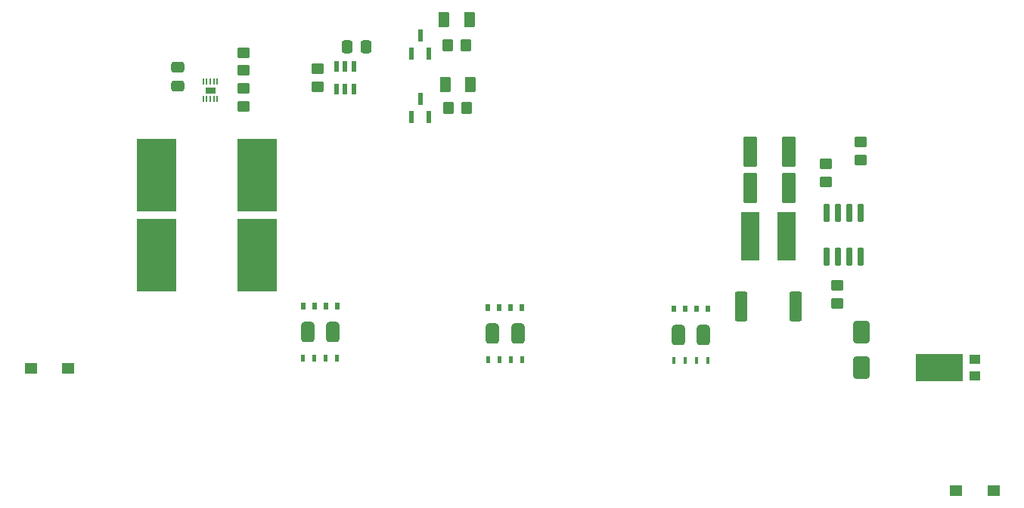
<source format=gbr>
%TF.GenerationSoftware,KiCad,Pcbnew,7.0.2-0*%
%TF.CreationDate,2024-05-03T02:11:47-07:00*%
%TF.ProjectId,EE156_2_Layer,45453135-365f-4325-9f4c-617965722e6b,rev?*%
%TF.SameCoordinates,Original*%
%TF.FileFunction,Paste,Top*%
%TF.FilePolarity,Positive*%
%FSLAX46Y46*%
G04 Gerber Fmt 4.6, Leading zero omitted, Abs format (unit mm)*
G04 Created by KiCad (PCBNEW 7.0.2-0) date 2024-05-03 02:11:47*
%MOMM*%
%LPD*%
G01*
G04 APERTURE LIST*
G04 Aperture macros list*
%AMRoundRect*
0 Rectangle with rounded corners*
0 $1 Rounding radius*
0 $2 $3 $4 $5 $6 $7 $8 $9 X,Y pos of 4 corners*
0 Add a 4 corners polygon primitive as box body*
4,1,4,$2,$3,$4,$5,$6,$7,$8,$9,$2,$3,0*
0 Add four circle primitives for the rounded corners*
1,1,$1+$1,$2,$3*
1,1,$1+$1,$4,$5*
1,1,$1+$1,$6,$7*
1,1,$1+$1,$8,$9*
0 Add four rect primitives between the rounded corners*
20,1,$1+$1,$2,$3,$4,$5,0*
20,1,$1+$1,$4,$5,$6,$7,0*
20,1,$1+$1,$6,$7,$8,$9,0*
20,1,$1+$1,$8,$9,$2,$3,0*%
G04 Aperture macros list end*
%ADD10C,0.010000*%
%ADD11RoundRect,0.249999X-0.450001X-1.425001X0.450001X-1.425001X0.450001X1.425001X-0.450001X1.425001X0*%
%ADD12RoundRect,0.250000X-0.350000X-0.450000X0.350000X-0.450000X0.350000X0.450000X-0.350000X0.450000X0*%
%ADD13RoundRect,0.250000X0.375000X0.625000X-0.375000X0.625000X-0.375000X-0.625000X0.375000X-0.625000X0*%
%ADD14R,0.220000X0.760000*%
%ADD15RoundRect,0.381000X0.381000X-0.762000X0.381000X0.762000X-0.381000X0.762000X-0.381000X-0.762000X0*%
%ADD16RoundRect,0.250000X-0.450000X0.350000X-0.450000X-0.350000X0.450000X-0.350000X0.450000X0.350000X0*%
%ADD17R,2.057400X5.511800*%
%ADD18R,0.558800X1.320800*%
%ADD19RoundRect,0.250000X-0.537500X-1.450000X0.537500X-1.450000X0.537500X1.450000X-0.537500X1.450000X0*%
%ADD20RoundRect,0.042000X-0.258000X0.943000X-0.258000X-0.943000X0.258000X-0.943000X0.258000X0.943000X0*%
%ADD21RoundRect,0.250000X-0.650000X1.000000X-0.650000X-1.000000X0.650000X-1.000000X0.650000X1.000000X0*%
%ADD22RoundRect,0.040600X0.249400X-0.564400X0.249400X0.564400X-0.249400X0.564400X-0.249400X-0.564400X0*%
%ADD23RoundRect,0.250000X0.450000X-0.350000X0.450000X0.350000X-0.450000X0.350000X-0.450000X-0.350000X0*%
%ADD24R,1.397000X1.219200*%
%ADD25RoundRect,0.250000X-0.337500X-0.475000X0.337500X-0.475000X0.337500X0.475000X-0.337500X0.475000X0*%
%ADD26R,4.445000X8.128000*%
%ADD27R,1.143000X0.990600*%
%ADD28R,5.207000X3.098800*%
%ADD29RoundRect,0.250000X-0.475000X0.337500X-0.475000X-0.337500X0.475000X-0.337500X0.475000X0.337500X0*%
G04 APERTURE END LIST*
%TO.C,U1*%
D10*
X230775000Y-145200000D02*
X229825000Y-145200000D01*
X229825000Y-144630000D01*
X230775000Y-144630000D01*
X230775000Y-145200000D01*
G36*
X230775000Y-145200000D02*
G01*
X229825000Y-145200000D01*
X229825000Y-144630000D01*
X230775000Y-144630000D01*
X230775000Y-145200000D01*
G37*
%TO.C,U4*%
G36*
X240900000Y-175304008D02*
G01*
X240500000Y-175304008D01*
X240500000Y-174553997D01*
X240900000Y-174553997D01*
X240900000Y-175304008D01*
G37*
G36*
X242170000Y-175304008D02*
G01*
X241770000Y-175304008D01*
X241770000Y-174553997D01*
X242170000Y-174553997D01*
X242170000Y-175304008D01*
G37*
G36*
X243440000Y-175304008D02*
G01*
X243040000Y-175304008D01*
X243040000Y-174553997D01*
X243440000Y-174553997D01*
X243440000Y-175304008D01*
G37*
G36*
X244710000Y-175304008D02*
G01*
X244310000Y-175304008D01*
X244310000Y-174553997D01*
X244710000Y-174553997D01*
X244710000Y-175304008D01*
G37*
G36*
X240949999Y-169495005D02*
G01*
X240450001Y-169495005D01*
X240450001Y-168744994D01*
X240949999Y-168744994D01*
X240949999Y-169495005D01*
G37*
G36*
X242219999Y-169495005D02*
G01*
X241720001Y-169495005D01*
X241720001Y-168744994D01*
X242219999Y-168744994D01*
X242219999Y-169495005D01*
G37*
G36*
X243489999Y-169495005D02*
G01*
X242990001Y-169495005D01*
X242990001Y-168744994D01*
X243489999Y-168744994D01*
X243489999Y-169495005D01*
G37*
G36*
X244759999Y-169495005D02*
G01*
X244260001Y-169495005D01*
X244260001Y-168744994D01*
X244759999Y-168744994D01*
X244759999Y-169495005D01*
G37*
%TO.C,U6*%
G36*
X282390000Y-175604008D02*
G01*
X281990000Y-175604008D01*
X281990000Y-174853997D01*
X282390000Y-174853997D01*
X282390000Y-175604008D01*
G37*
G36*
X283660000Y-175604008D02*
G01*
X283260000Y-175604008D01*
X283260000Y-174853997D01*
X283660000Y-174853997D01*
X283660000Y-175604008D01*
G37*
G36*
X284930000Y-175604008D02*
G01*
X284530000Y-175604008D01*
X284530000Y-174853997D01*
X284930000Y-174853997D01*
X284930000Y-175604008D01*
G37*
G36*
X286200000Y-175604008D02*
G01*
X285800000Y-175604008D01*
X285800000Y-174853997D01*
X286200000Y-174853997D01*
X286200000Y-175604008D01*
G37*
G36*
X282439999Y-169795005D02*
G01*
X281940001Y-169795005D01*
X281940001Y-169044994D01*
X282439999Y-169044994D01*
X282439999Y-169795005D01*
G37*
G36*
X283709999Y-169795005D02*
G01*
X283210001Y-169795005D01*
X283210001Y-169044994D01*
X283709999Y-169044994D01*
X283709999Y-169795005D01*
G37*
G36*
X284979999Y-169795005D02*
G01*
X284480001Y-169795005D01*
X284480001Y-169044994D01*
X284979999Y-169044994D01*
X284979999Y-169795005D01*
G37*
G36*
X286249999Y-169795005D02*
G01*
X285750001Y-169795005D01*
X285750001Y-169044994D01*
X286249999Y-169044994D01*
X286249999Y-169795005D01*
G37*
%TO.C,U5*%
G36*
X261595000Y-175479507D02*
G01*
X261195000Y-175479507D01*
X261195000Y-174729496D01*
X261595000Y-174729496D01*
X261595000Y-175479507D01*
G37*
G36*
X262865000Y-175479507D02*
G01*
X262465000Y-175479507D01*
X262465000Y-174729496D01*
X262865000Y-174729496D01*
X262865000Y-175479507D01*
G37*
G36*
X264135000Y-175479507D02*
G01*
X263735000Y-175479507D01*
X263735000Y-174729496D01*
X264135000Y-174729496D01*
X264135000Y-175479507D01*
G37*
G36*
X265405000Y-175479507D02*
G01*
X265005000Y-175479507D01*
X265005000Y-174729496D01*
X265405000Y-174729496D01*
X265405000Y-175479507D01*
G37*
G36*
X261644999Y-169670504D02*
G01*
X261145001Y-169670504D01*
X261145001Y-168920493D01*
X261644999Y-168920493D01*
X261644999Y-169670504D01*
G37*
G36*
X262914999Y-169670504D02*
G01*
X262415001Y-169670504D01*
X262415001Y-168920493D01*
X262914999Y-168920493D01*
X262914999Y-169670504D01*
G37*
G36*
X264184999Y-169670504D02*
G01*
X263685001Y-169670504D01*
X263685001Y-168920493D01*
X264184999Y-168920493D01*
X264184999Y-169670504D01*
G37*
G36*
X265454999Y-169670504D02*
G01*
X264955001Y-169670504D01*
X264955001Y-168920493D01*
X265454999Y-168920493D01*
X265454999Y-169670504D01*
G37*
%TD*%
D11*
%TO.C,R9*%
X289750000Y-169200000D03*
X295850000Y-169200000D03*
%TD*%
D12*
%TO.C,R7*%
X256900000Y-139900000D03*
X258900000Y-139900000D03*
%TD*%
D13*
%TO.C,D3*%
X259400000Y-144300000D03*
X256600000Y-144300000D03*
%TD*%
D14*
%TO.C,U1*%
X229500000Y-145900000D03*
X229900000Y-145900000D03*
X230300000Y-145900000D03*
X230700000Y-145900000D03*
X231100000Y-145900000D03*
X231100000Y-143930000D03*
X230700000Y-143930000D03*
X230300000Y-143930000D03*
X229900000Y-143930000D03*
X229500000Y-143930000D03*
%TD*%
D13*
%TO.C,D2*%
X256500000Y-137000000D03*
X259300000Y-137000000D03*
%TD*%
D15*
%TO.C,U4*%
X241182600Y-172075301D03*
X244027400Y-172075301D03*
%TD*%
D16*
%TO.C,R6*%
X300500000Y-166800000D03*
X300500000Y-168800000D03*
%TD*%
D17*
%TO.C,L1*%
X290780700Y-161300000D03*
X294819300Y-161300000D03*
%TD*%
D18*
%TO.C,U7*%
X252847500Y-140816000D03*
X254752500Y-140816000D03*
X253800000Y-138784000D03*
%TD*%
D19*
%TO.C,C3*%
X290762500Y-155900000D03*
X295037500Y-155900000D03*
%TD*%
D20*
%TO.C,U3*%
X303105000Y-158625000D03*
X301835000Y-158625000D03*
X300565000Y-158625000D03*
X299295000Y-158625000D03*
X299295000Y-163575000D03*
X300565000Y-163575000D03*
X301835000Y-163575000D03*
X303105000Y-163575000D03*
%TD*%
D21*
%TO.C,D1*%
X303200000Y-172000000D03*
X303200000Y-176000000D03*
%TD*%
D22*
%TO.C,U2*%
X244450000Y-144755000D03*
X245400000Y-144755000D03*
X246350000Y-144755000D03*
X246350000Y-142245000D03*
X245400000Y-142245000D03*
X244450000Y-142245000D03*
%TD*%
D23*
%TO.C,R2*%
X234000000Y-146700000D03*
X234000000Y-144700000D03*
%TD*%
D15*
%TO.C,U6*%
X282672600Y-172375301D03*
X285517400Y-172375301D03*
%TD*%
D24*
%TO.C,C5*%
X318008200Y-189800000D03*
X313791800Y-189800000D03*
%TD*%
D25*
%TO.C,C2*%
X245662500Y-140000000D03*
X247737500Y-140000000D03*
%TD*%
D26*
%TO.C,WSLP59312L000FEA_2*%
X235513400Y-154400000D03*
X224286600Y-154400000D03*
%TD*%
D15*
%TO.C,U5*%
X261877600Y-172250800D03*
X264722400Y-172250800D03*
%TD*%
D12*
%TO.C,R8*%
X257000000Y-146900000D03*
X259000000Y-146900000D03*
%TD*%
D27*
%TO.C,CR1*%
X315900000Y-176940002D03*
X315900000Y-175100000D03*
D28*
X311912200Y-176020001D03*
%TD*%
D16*
%TO.C,R3*%
X242300000Y-142500000D03*
X242300000Y-144500000D03*
%TD*%
D18*
%TO.C,U8*%
X252847500Y-147932000D03*
X254752500Y-147932000D03*
X253800000Y-145900000D03*
%TD*%
D19*
%TO.C,C4*%
X290762500Y-151800000D03*
X295037500Y-151800000D03*
%TD*%
D24*
%TO.C,C6*%
X210191800Y-176100000D03*
X214408200Y-176100000D03*
%TD*%
D29*
%TO.C,C1*%
X226700000Y-142362500D03*
X226700000Y-144437500D03*
%TD*%
D26*
%TO.C,WSLP59312L000FEA_1*%
X224286600Y-163400000D03*
X235513400Y-163400000D03*
%TD*%
D16*
%TO.C,R1*%
X234000000Y-140700000D03*
X234000000Y-142700000D03*
%TD*%
D23*
%TO.C,R5*%
X299200000Y-155200000D03*
X299200000Y-153200000D03*
%TD*%
D16*
%TO.C,R4*%
X303100000Y-150700000D03*
X303100000Y-152700000D03*
%TD*%
M02*

</source>
